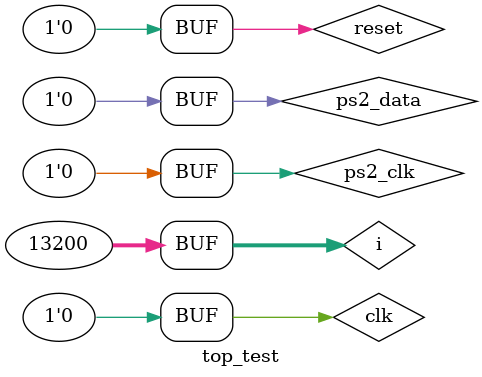
<source format=v>
`timescale 1ns / 1ps


module top_test;

	// Inputs
	reg clk;
	reg reset;
	reg ps2_clk;
	reg ps2_data;

	// Outputs
	wire [31:0] pc;
	wire [3:0] DispSelect;
	wire [7:0] SevenSegValue;
	wire [2:0] red;
	wire [2:0] green;
	wire [2:1] blue;
	wire hsync;
	wire vsync;

	// Instantiate the Unit Under Test (UUT)
	top uut (
		.clk(clk), 
		.reset(reset), 
		.ps2_clk(ps2_clk), 
		.ps2_data(ps2_data), 
		.pc(pc), 
		.DispSelect(DispSelect), 
		.SevenSegValue(SevenSegValue), 
		.red(red), 
		.green(green), 
		.blue(blue), 
		.hsync(hsync), 
		.vsync(vsync)
	);
	
	integer i;
	
	initial begin
		// Initialize Inputs
		clk = 0;
		reset = 0;
		ps2_clk = 0;
		ps2_data = 0;

		// Wait 200 ns for global reset to finish
		#200;
        
		// Add stimulus here
		for(i=0;i<13200;i=i+1)
			begin
				#30 clk=1;
				#30 clk=0;
			end
	end
      
endmodule


</source>
